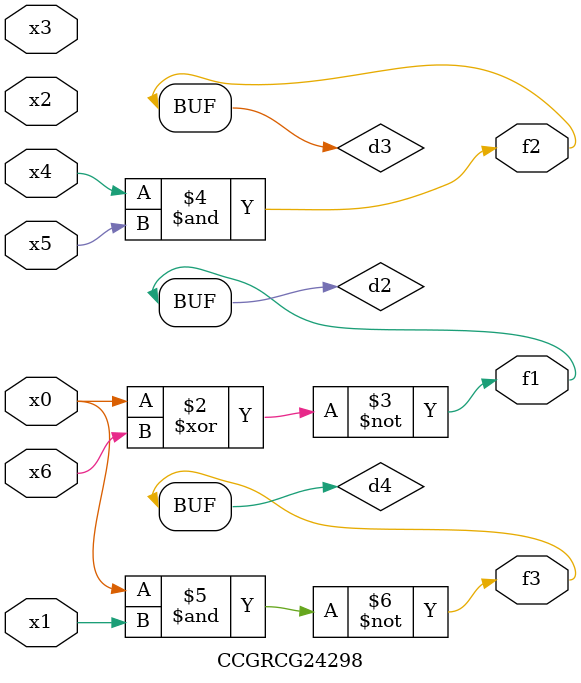
<source format=v>
module CCGRCG24298(
	input x0, x1, x2, x3, x4, x5, x6,
	output f1, f2, f3
);

	wire d1, d2, d3, d4;

	nor (d1, x0);
	xnor (d2, x0, x6);
	and (d3, x4, x5);
	nand (d4, x0, x1);
	assign f1 = d2;
	assign f2 = d3;
	assign f3 = d4;
endmodule

</source>
